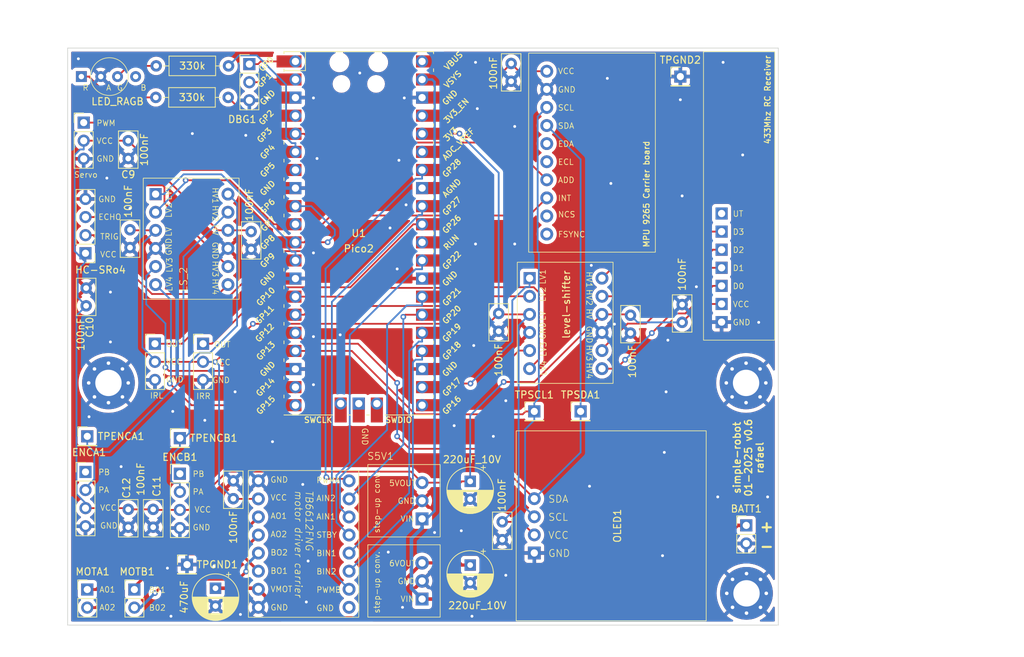
<source format=kicad_pcb>
(kicad_pcb (version 20240108) (generator "pcbnew") (generator_version "8.0")
  (title_block (comment 4 "AISLER Project ID: KQMEQQME"))
  (layers (0 "F.Cu" signal "Front") (31 "B.Cu" signal "Back") (34 "B.Paste" user) (35 "F.Paste" user) (36 "B.SilkS" user "B.Silkscreen") (37 "F.SilkS" user "F.Silkscreen") (38 "B.Mask" user) (39 "F.Mask" user) (44 "Edge.Cuts" user))
  (net 0 "")
  (net 5 "Net-(IMU1-VCC)")
  (net 6 "Net-(DBG1-Pin_1)")
  (net 7 "Net-(LS_1-LV4)")
  (net 8 "Net-(LS_1-LV2)")
  (net 9 "GND")
  (net 10 "+3V8")
  (net 11 "Net-(IMU1-SDA)")
  (net 13 "Net-(IMU1-SCL)")
  (net 14 "Net-(LS_1-LV1)")
  (net 16 "Net-(DBG1-Pin_2)")
  (net 17 "Net-(IRL1-Pin_1)")
  (net 18 "Net-(IRR1-Pin_1)")
  (net 20 "Net-(LS_1-LV3)")
  (net 24 "Net-(LS_2-LV1)")
  (net 28 "Net-(LS_2-LV3)")
  (net 29 "Net-(LS_2-LV4)")
  (net 30 "Net-(LS_2-LV2)")
  (net 32 "Net-(U1-GPIO2)")
  (net 33 "Net-(U1-GPIO4)")
  (net 34 "Net-(HC-SRo4-Pin_2)")
  (net 35 "Net-(HC-SRo4-Pin_3)")
  (net 36 "Net-(D3-RK)")
  (net 37 "Net-(D3-GK)")
  (net 39 "Net-(MD1-VMOT)")
  (net 41 "Net-(MD1-B01)")
  (net 42 "Net-(MD1-B02)")
  (net 43 "Net-(MD1-PWMA)")
  (net 44 "Net-(MD1-BIN1)")
  (net 45 "Net-(MD1-STBY)")
  (net 46 "Net-(MD1-A02)")
  (net 47 "Net-(MD1-PWMB)")
  (net 48 "Net-(MD1-BIN2)")
  (net 49 "Net-(MD1-AIN1)")
  (net 50 "Net-(MD1-AIN2)")
  (net 52 "Net-(MD1-A01)")
  (net 53 "Net-(LS_1-HV2)")
  (net 54 "Net-(LS_1-HV3)")
  (net 55 "Net-(LS_1-HV4)")
  (net 56 "Net-(LS_1-HV1)")
  (net 57 "Net-(ENCA1-Pin_3)")
  (net 58 "Net-(ENCA1-Pin_2)")
  (net 59 "Net-(ENCA1-Pin_1)")
  (net 60 "Net-(ENCB1-Pin_2)")
  (net 61 "Net-(ENCB1-Pin_1)")
  (net 62 "Net-(IMU1-ADD)")
  (net 65 "Net-(IMU1-INT)")
  (net 68 "Net-(SERVO1-Pin_1)")
  (footprint "Capacitor_THT:C_Disc_D5.0mm_W2.5mm_P2.50mm" (layer "F.Cu") (at 63.5 125.25 90)
    (property "Reference" "C12")
    (property "Value" "100nF_Ceramic")
  )
  (footprint "Connector_PinHeader_2.54mm:PinHeader_1x04_P2.54mm_Vertical" (layer "F.Cu") (at 57.5 117.5)
    (property "Reference" "ENCA1")
    (property "Value" "Conn_01x04_Pin")
  )
  (footprint "Capacitor_THT:C_Disc_D5.0mm_W2.5mm_P2.50mm" (layer "F.Cu") (at 115.5 95.25 -90)
    (property "Reference" "C8" (hide yes))
    (property "Value" "100nF")
  )
  (footprint "Connector_PinHeader_2.54mm:PinHeader_1x03_P2.54mm_Vertical" (layer "F.Cu") (at 80.5 60.25)
    (property "Reference" "DBG1")
    (property "Value" "Conn_01x03_Pin")
  )
  (footprint "MountingHole:MountingHole_3.7mm_Pad_Via" (layer "F.Cu") (at 60.725 105)
    (property "Reference" "H1" (hide yes))
    (property "Value" "MountingHole_Pad" (hide yes))
  )
  (footprint "Connector_PinHeader_2.54mm:PinHeader_1x01_P2.54mm_Vertical" (layer "F.Cu") (at 70.75 112.75)
    (property "Reference" "TPENCB1")
    (property "Value" "Conn_01x01_Pin")
  )
  (footprint "common-hobby-things:Pololu step-up converter 2.5-5.5V in 5V out" (layer "F.Cu") (at 99.67 121.54)
    (property "Reference" "S5V1")
    (property "Value" "~")
  )
  (footprint "Connector_PinHeader_2.54mm:PinHeader_1x01_P2.54mm_Vertical" (layer "F.Cu") (at 127 109)
    (property "Reference" "TPSDA1")
    (property "Value" "Conn_01x01_Pin")
  )
  (footprint "common-hobby-things:Pololu step-up converter 2.5-5.5V in 6V out" (layer "F.Cu") (at 99.67 132.8)
    (property "Reference" "S6V1" (hide yes))
    (property "Value" "~")
  )
  (footprint "Capacitor_THT:C_Disc_D5.0mm_W2.5mm_P2.50mm" (layer "F.Cu") (at 141.25 96.5 90)
    (property "Reference" "C5" (hide yes))
    (property "Value" "100nF")
  )
  (footprint "Connector_PinHeader_2.54mm:PinHeader_1x01_P2.54mm_Vertical" (layer "F.Cu") (at 141 62)
    (property "Reference" "TPGND2")
    (property "Value" "Conn_01x01_Pin")
  )
  (footprint "Capacitor_THT:CP_Radial_D6.3mm_P2.50mm" (layer "F.Cu") (at 111.5 130.5676 -90)
    (property "Reference" "C2" (hide yes))
    (property "Value" "220uF_10V")
  )
  (footprint "Capacitor_THT:C_Disc_D5.0mm_W2.5mm_P2.50mm" (layer "F.Cu") (at 57.591 94.18 90)
    (property "Reference" "C10")
    (property "Value" "100nF")
  )
  (footprint "common-hobby-things:433Mhz RC Receiver" (layer "F.Cu") (at 149.33 88.84 90)
    (property "Reference" "R1" (hide yes))
    (property "Value" "~" (hide yes))
  )
  (footprint "Connector_PinHeader_2.54mm:PinHeader_1x03_P2.54mm_Vertical" (layer "F.Cu") (at 57.25 68.46)
    (property "Reference" "SERVO1" (hide yes))
    (property "Value" "Conn_01x03_Pin")
  )
  (footprint "common-hobby-things:TB6612FNG motor driver carrier" (layer "F.Cu") (at 80.5 117.5462)
    (property "Reference" "MD1" (hide yes))
    (property "Value" "~" (hide yes))
  )
  (footprint "Connector_PinHeader_2.54mm:PinHeader_1x04_P2.54mm_Vertical" (layer "F.Cu") (at 70.75 117.75)
    (property "Reference" "ENCB1")
    (property "Value" "Conn_01x04_Pin")
  )
  (footprint "Capacitor_THT:C_Disc_D5.0mm_W2.5mm_P2.50mm" (layer "F.Cu") (at 63.75 83.5 -90)
    (property "Reference" "C14" (hide yes))
    (property "Value" "100nF")
  )
  (footprint "Capacitor_THT:C_Disc_D5.0mm_W2.5mm_P2.50mm" (layer "F.Cu") (at 134 95.5 -90)
    (property "Reference" "C3" (hide yes))
    (property "Value" "100nF")
  )
  (footprint "Capacitor_THT:CP_Radial_D6.3mm_P2.50mm" (layer "F.Cu") (at 111.5 118.8176 -90)
    (property "Reference" "C17" (hide yes))
    (property "Value" "220uF_10V")
  )
  (footprint "Capacitor_THT:C_Disc_D5.0mm_W2.5mm_P2.50mm" (layer "F.Cu") (at 63.5 71 -90)
    (property "Reference" "C9")
    (property "Value" "100nF")
  )
  (footprint "common-hobby-things:MPU 9265 IMU carrier board" (layer "F.Cu") (at 129.87 71.41)
    (property "Reference" "IMU1" (hide yes))
    (property "Value" "~" (hide yes))
  )
  (footprint "Connector_PinHeader_2.54mm:PinHeader_1x01_P2.54mm_Vertical" (layer "F.Cu") (at 57.75 112.5)
    (property "Reference" "TPENCA1")
    (property "Value" "Conn_01x01_Pin")
  )
  (footprint "MountingHole:MountingHole_3.7mm_Pad_Via" (layer "F.Cu") (at 150.225 105)
    (property "Reference" "H3" (hide yes))
    (property "Value" "MountingHole_Pad" (hide yes))
  )
  (footprint "MCU_RaspberryPi_and_Boards:RPi_Pico_SMD_TH" (layer "F.Cu") (at 95.86 84)
    (property "Reference" "U1")
    (property "Value" "Pico2")
  )
  (footprint "Capacitor_THT:CP_Radial_D6.3mm_P2.50mm" (layer "F.Cu") (at 75.75 133.8176 -90)
    (property "Reference" "C1" (hide yes))
    (property "Value" "470uF")
  )
  (footprint "common-hobby-things:LED RAGB" (layer "F.Cu") (at 61.365 64.54)
    (property "Reference" "D3" (hide yes))
    (property "Value" "LED_RAGB")
  )
  (footprint "Capacitor_THT:C_Disc_D5.0mm_W2.5mm_P2.50mm" (layer "F.Cu") (at 78.25 121.25 90)
    (property "Reference" "C15" (hide yes))
    (property "Value" "100nF")
  )
  (footprint "common-hobby-things:SSD1306" (layer "F.Cu") (at 125.58 125.06 90)
    (property "Reference" "OLED1" (hide yes))
    (property "Value" "~" (hide yes))
  )
  (footprint "Connector_PinHeader_2.54mm:PinHeader_1x02_P2.54mm_Vertical" (layer "F.Cu") (at 150.25 125)
    (property "Reference" "BATT1")
    (property "Value" "Conn_01x02_Pin")
  )
  (footprint "Resistor_THT:R_Axial_DIN0207_L6.3mm_D2.5mm_P10.16mm_Horizontal" (layer "F.Cu") (at 77.58 60.5 180)
    (property "Reference" "R3" (hide yes))
    (property "Value" "330k")
  )
  (footprint "Capacitor_THT:C_Disc_D5.0mm_W2.5mm_P2.50mm" (layer "F.Cu") (at 117.25 60.16 -90)
    (property "Reference" "C4" (hide yes))
    (property "Value" "100nF")
  )
  (footprint "Connector_PinHeader_2.54mm:PinHeader_1x02_P2.54mm_Vertical" (layer "F.Cu") (at 64.3625 134)
    (property "Reference" "MOTB1")
    (property "Value" "~")
  )
  (footprint "MountingHole:MountingHole_3.7mm_Pad_Via" (layer "F.Cu") (at 150.2878 134.5378)
    (property "Reference" "H2" (hide yes))
    (property "Value" "MountingHole_Pad" (hide yes))
  )
  (footprint "Capacitor_THT:C_Disc_D5.0mm_W2.5mm_P2.50mm" (layer "F.Cu") (at 67 125.25 90)
    (property "Reference" "C11")
    (property "Value" "100nF")
  )
  (footprint "common-hobby-things:Level shifter 4 bi-dir" (layer "F.Cu") (at 127.46 100.46)
    (property "Reference" "LS_1" (hide yes))
    (property "Value" "~" (hide yes))
  )
  (footprint "Connector_PinHeader_2.54mm:PinHeader_1x04_P2.54mm_Vertical" (layer "F.Cu") (at 57.5 86.8 180)
    (property "Reference" "HC-SRo4")
    (property "Value" "Conn_01x04_Pin")
  )
  (footprint "Capacitor_THT:C_Disc_D5.0mm_W2.5mm_P2.50mm" (layer "F.Cu") (at 116 127 90)
    (property "Reference" "C6" (hide yes))
    (property "Value" "100nF")
  )
  (footprint "Connector_PinHeader_2.54mm:PinHeader_1x01_P2.54mm_Vertical" (layer "F.Cu") (at 120.5 109)
    (property "Reference" "TPSCL1")
    (property "Value" "Conn_01x01_Pin")
  )
  (footprint "Connector_PinHeader_2.54mm:PinHeader_1x03_P2.54mm_Vertical" (layer "F.Cu") (at 67.25 99.5)
    (property "Reference" "IRL1" (hide yes))
    (property "Value" "Conn_01x03_Pin")
  )
  (footprint "Connector_PinHeader_2.54mm:PinHeader_1x02_P2.54mm_Vertical" (layer "F.Cu") (at 57.75 134)
    (property "Reference" "MOTA1")
    (property "Value" "~")
  )
  (footprint "Connector_PinHeader_2.54mm:PinHeader_1x03_P2.54mm_Vertical" (layer "F.Cu") (at 74 99.5)
    (property "Reference" "IRR1" (hide yes))
    (property "Value" "Conn_01x03_Pin")
  )
  (footprint "Connector_PinHeader_2.54mm:PinHeader_1x01_P2.54mm_Vertical" (layer "F.Cu") (at 71.75 130.5)
    (property "Reference" "TPGND1")
    (property "Value" "Conn_01x01_Pin")
  )
  (footprint "common-hobby-things:Level shifter 4 bi-dir" (layer "F.Cu") (at 74.96 88.66)
    (property "Reference" "LS_2")
    (property "Value" "~" (hide yes))
  )
  (footprint "Resistor_THT:R_Axial_DIN0207_L6.3mm_D2.5mm_P10.16mm_Horizontal" (layer "F.Cu") (at 77.53 64.922 180)
    (property "Reference" "R2" (hide yes))
    (property "Value" "330k")
  )
  (footprint "Capacitor_THT:C_Disc_D5.0mm_W2.5mm_P2.50mm" (layer "F.Cu") (at 80.75 83.75 -90)
    (property "Reference" "C13" (hide yes))
    (property "Value" "100nF")
  )
  (gr_line (start 55 139) (end 154.75 139) (stroke (width 0.1)) (layer "Edge.Cuts"))
  (gr_line (start 55 58) (end 154.75 58) (stroke (width 0.1)) (layer "Edge.Cuts"))
  (gr_line (start 55 58) (end 55 139) (stroke (width 0.1)) (layer "Edge.Cuts"))
  (gr_line (start 154.75 139) (end 154.75 58) (stroke (width 0.1)) (layer "Edge.Cuts"))
  (gr_text "Servo" (at 55.85 76.25 0) (layer "F.SilkS") (effects (font (size 0.8 0.8) (thickness 0.1)) (justify left bottom)))
  (gr_text "PWM" (at 59 69 0) (layer "F.SilkS") (effects (font (size 0.8 0.8) (thickness 0.1)) (justify left bottom)))
  (gr_text "OUT" (at 75.5 100.08 0) (layer "F.SilkS") (effects (font (size 0.8 0.8) (thickness 0.1)) (justify left bottom)))
  (gr_text "VCC" (at 72.75 123.25 0) (layer "F.SilkS") (effects (font (size 0.8 0.8) (thickness 0.1)) (justify left bottom)))
  (gr_text "MPU 9265 Carrier board" (at 136.25 78.5 90) (layer "F.SilkS") (effects (font (size 0.8 0.8))))
  (gr_text "B01" (at 66.3625 134.525 0) (layer "F.SilkS") (effects (font (size 0.8 0.8) (thickness 0.1)) (justify left bottom)))
  (gr_text "A01" (at 59.4025 134.485 0) (layer "F.SilkS") (effects (font (size 0.8 0.8) (thickness 0.1)) (justify left bottom)))
  (gr_text "GND" (at 75.25 105.08 0) (layer "F.SilkS") (effects (font (size 0.8 0.8) (thickness 0.1)) (justify left bottom)))
  (gr_text "-" (at 154.25 128.79 0) (layer "F.SilkS") (effects (font (size 1.5 1.5) (thickness 0.3) (bold yes)) (justify left bottom mirror)))
  (gr_text "+" (at 154.25 126.04 0) (layer "F.SilkS") (effects (font (size 1.5 1.5) (thickness 0.3) (bold yes)) (justify left bottom mirror)))
  (gr_text "GND" (at 59.5 125.5 0) (layer "F.SilkS") (effects (font (size 0.8 0.8) (thickness 0.1)) (justify left bottom)))
  (gr_text "VCC" (at 59.5 87.43 0) (layer "F.SilkS") (effects (font (size 0.8 0.8) (thickness 0.1)) (justify left bottom)))
  (gr_text "VCC" (at 75.5 102.58 0) (layer "F.SilkS") (effects (font (size 0.8 0.8) (thickness 0.1)) (justify left bottom)))
  (gr_text "GND" (at 68.75 105 0) (layer "F.SilkS") (effects (font (size 0.8 0.8) (thickness 0.1)) (justify left bottom)))
  (gr_text "PB" (at 72.5 118.25 0) (layer "F.SilkS") (effects (font (size 0.8 0.8) (thickness 0.1)) (justify left bottom)))
  (gr_text "B02" (at 66.3625 137.025 0) (layer "F.SilkS") (effects (font (size 0.8 0.8) (thickness 0.1)) (justify left bottom)))
  (gr_text "PA" (at 59.25 120.5 0) (layer "F.SilkS") (effects (font (size 0.8 0.8) (thickness 0.1)) (justify left bottom)))
  (gr_text "A02" (at 59.4025 136.985 0) (layer "F.SilkS") (effects (font (size 0.8 0.8) (thickness 0.1)) (justify left bottom)))
  (gr_text "GND" (at 59 74 0) (layer "F.SilkS") (effects (font (size 0.8 0.8) (thickness 0.1)) (justify left bottom)))
  (gr_text "level-shifter" (at 125 94 90) (layer "F.SilkS") (effects (font (size 1 1))))
  (gr_text "simple-robot\n01-2025 v0.6\nrafael" (at 152.75 115.5 90) (layer "F.SilkS") (effects (font (size 1 1) (thickness 0.1875)) (justify bottom)))
  (gr_text "PB" (at 59.25 118 0) (layer "F.SilkS") (effects (font (size 0.8 0.8) (thickness 0.1)) (justify left bottom)))
  (gr_text "VCC" (at 59.5 123 0) (layer "F.SilkS") (effects (font (size 0.8 0.8) (thickness 0.1)) (justify left bottom)))
  (gr_text "VCC" (at 68.75 102.5 0) (layer "F.SilkS") (effects (font (size 0.8 0.8) (thickness 0.1)) (justify left bottom)))
  (gr_text "433Mhz RC Receiver" (at 153.25 65.25 90) (layer "F.SilkS") (effects (font (size 0.8 0.8))))
  (gr_text "GND" (at 96.25 111.25 -90) (layer "F.SilkS") (effects (font (size 0.8 0.8) (thickness 0.1)) (justify left bottom)))
  (gr_text "GND" (at 59.25 79.68 0) (layer "F.SilkS") (effects (font (size 0.8 0.8) (thickness 0.1)) (justify left bottom)))
  (gr_text "IRR" (at 73 107.33 0) (layer "F.SilkS") (effects (font (size 0.8 0.8) (thickness 0.1)) (justify left bottom)))
  (gr_text "OUT" (at 68.75 100 0) (layer "F.SilkS") (effects (font (size 0.8 0.8) (thickness 0.1)) (justify left bottom)))
  (gr_text "PA" (at 72.5 120.75 0) (layer "F.SilkS") (effects (font (size 0.8 0.8) (thickness 0.1)) (justify left bottom)))
  (gr_text "IRL" (at 66.5 107.25 0) (layer "F.SilkS") (effects (font (size 0.8 0.8) (thickness 0.1)) (justify left bottom)))
  (gr_text "ECHO" (at 59.25 82.18 0) (layer "F.SilkS") (effects (font (size 0.8 0.8) (thickness 0.1)) (justify left bottom)))
  (gr_text "GND" (at 72.5 125.75 0) (layer "F.SilkS") (effects (font (size 0.8 0.8) (thickness 0.1)) (justify left bottom)))
  (gr_text "TRIG" (at 59.5 84.93 0) (layer "F.SilkS") (effects (font (size 0.8 0.8) (thickness 0.1)) (justify left bottom)))
  (gr_text "VCC" (at 59 71.5 0) (layer "F.SilkS") (effects (font (size 0.8 0.8) (thickness 0.1)) (justify left bottom)))
  (segment (start 104.75 70.03) (end 107.28 70.03) (width 0.25) (layer "F.Cu") (net 5))
  (segment (start 118.67 124.5) (end 120.5 126.33) (width 0.25) (layer "F.Cu") (net 5))
  (segment (start 67.25 102.04) (end 74 102.04) (width 0.25) (layer "F.Cu") (net 5))
  (segment (start 81 96.7001) (end 81 96.75835) (width 0.25) (layer "F.Cu") (net 5))
  (segment (start 116 124.5) (end 118.67 124.5) (width 0.25) (layer "F.Cu") (net 5))
  (segment (start 78.2771 121.2771) (end 78.25 121.25) (width 0.25) (layer "F.Cu") (net 5))
  (segment (start 107.31 70) (end 110 70) (width 0.25) (layer "F.Cu") (net 5))
  (segment (start 107.38 70.03) (end 117.25 60.16) (width 0.25) (layer "F.Cu") (net 5))
  (segment (start 107.28 70.03) (end 107.31 70) (width 0.25) (layer "F.Cu") (net 5))
  (segment (start 114.0499 96.7001) (end 115.5 95.25) (width 0.25) (layer "F.Cu") (net 5))
  (segment (start 74 102.04) (end 75.71835 102.04) (width 0.25) (layer "F.Cu") (net 5))
  (segment (start 67.34 83.58) (end 63.83 83.58) (width 0.25) (layer "F.Cu") (net 5))
  (segment (start 115.63 95.38) (end 115.5 95.25) (width 0.25) (layer "F.Cu") (net 5))
  (segment (start 81 96.75835) (end 75.71835 102.04) (width 0.25) (layer "F.Cu") (net 5))
  (segment (start 81.77 121.2771) (end 78.2771 121.2771) (width 0.25) (layer "F.Cu") (net 5))
  (segment (start 81 96.7001) (end 114.0499 96.7001) (width 0.25) (layer "F.Cu") (net 5))
  (segment (start 104.75 70.03) (end 107.38 70.03) (width 0.25) (layer "F.Cu") (net 5))
  (segment (start 118.34 61.25) (end 117.25 60.16) (width 0.25) (layer "F.Cu") (net 5))
  (segment (start 122.25 61.25) (end 118.34 61.25) (width 0.25) (layer "F.Cu") (net 5))
  (segment (start 119.84 95.38) (end 115.63 95.38) (width 0.25) (layer "F.Cu") (net 5))
  (segment (start 63.83 83.58) (end 63.75 83.5) (width 0.25) (layer "F.Cu") (net 5))
  (via (at 110 70) (size 0.8) (drill 0.4) (layers "F.Cu" "B.Cu") (net 5))
  (via (at 75.71835 102.04) (size 0.8) (drill 0.4) (layers "F.Cu" "B.Cu") (net 5))
  (via (at 81 96.7001) (size 0.8) (drill 0.4) (layers "F.Cu" "B.Cu") (net 5))
  (segment (start 76.2511 119.2511) (end 78.25 121.25) (width 0.25) (layer "B.Cu") (net 5))
  (segment (start 76.2511 102.5011) (end 76.2511 119.2511) (width 0.25) (layer "B.Cu") (net 5))
  (segment (start 65.4966 85.4234) (end 65.4966 100.0172) (width 0.25) (layer "B.Cu") (net 5))
  (segment (start 110 70) (end 115.5 75.5) (width 0.25) (layer "B.Cu") (net 5))
  (segment (start 118.2971 96.9229) (end 119.84 95.38) (width 0.25) (layer "B.Cu") (net 5))
  (segment (start 118.2971 122.2029) (end 118.2971 96.9229) (width 0.25) (layer "B.Cu") (net 5))
  (segment (start 67.34 83.58) (end 65.4966 85.4234) (width 0.25) (layer "B.Cu") (net 5))
  (segment (start 75.79 102.04) (end 76.2511 102.5011) (width 0.25) (layer "B.Cu") (net 5))
  (segment (start 65.4966 100.0172) (end 67.25 101.7706) (width 0.25) (layer "B.Cu") (net 5))
  (segment (start 67.25 101.7706) (end 67.25 102.04) (width 0.25) (layer "B.Cu") (net 5))
  (segment (start 116 124.5) (end 118.2971 122.2029) (width 0.25) (layer "B.Cu") (net 5))
  (segment (start 75.79 102.04) (end 75.71835 102.04) (width 0.25) (layer "B.Cu") (net 5))
  (segment (start 74 102.04) (end 75.79 102.04) (width 0.25) (layer "B.Cu") (net 5))
  (segment (start 115.5 75.5) (end 115.5 95.25) (width 0.25) (layer "B.Cu") (net 5))
  (segment (start 80.5 60.25) (end 81.7267 60.25) (width 0.25) (layer "F.Cu") (net 6))
  (segment (start 86.97 59.87) (end 82.1067 59.87) (width 0.25) (layer "F.Cu") (net 6))
  (segment (start 82.1067 59.87) (end 81.7267 60.25) (width 0.25) (layer "F.Cu") (net 6))
  (segment (start 99.2349 91.6633) (end 113.6272 91.6633) (width 0.25) (layer "F.Cu") (net 7))
  (segment (start 120.4148 91.5633) (end 121.1702 92.3187) (width 0.25) (layer "F.Cu") (net 7))
  (segment (start 98.0082 92.89) (end 99.2349 91.6633) (width 0.25) (layer "F.Cu") (net 7))
  (segment (start 121.1702 92.3187) (end 121.1702 101.6698) (width 0.25) (layer "F.Cu") (net 7))
  (segment (start 113.7272 91.5633) (end 120.4148 91.5633) (width 0.25) (layer "F.Cu") (net 7))
  (segment (start 121.1702 101.6698) (end 119.84 103) (width 0.25) (layer "F.Cu") (net 7))
  (segment (start 113.6272 91.6633) (end 113.7272 91.5633) (width 0.25) (layer "F.Cu") (net 7))
  (segment (start 86.97 92.89) (end 98.0082 92.89) (width 0.25) (layer "F.Cu") (net 7))
  (segment (start 109.5492 94.2033) (end 89.4234 94.2033) (width 0.25) (layer "F.Cu") (net 8))
  (segment (start 119.84 92.84) (end 110.9125 92.84) (width 0.25) (layer "F.Cu") (net 8))
  (segment (start 89.4234 94.2033) (end 88.1967 95.43) (width 0.25) (layer "F.Cu") (net 8))
  (segment (start 86.97 95.43) (end 88.1967 95.43) (width 0.25) (layer "F.Cu") (net 8))
  (segment (start 110.9125 92.84) (end 109.5492 94.2033) (width 0.25) (layer "F.Cu") (net 8))
  (via (at 74.25 110.25) (size 0.8) (drill 0.4) (layers "F.Cu" "B.Cu") (net 9))
  (via (at 88.5 135.75) (size 0.8) (drill 0.4) (layers "F.Cu" "B.Cu") (net 9))
  (via (at 58 109.75) (size 0.8) (drill 0.4) (layers "F.Cu" "B.Cu") (net 9))
  (via (at 96 61.5) (size 0.8) (drill 0.4) (layers "F.Cu" "B.Cu") (net 9))
  (via (at 79.25 137.5) (size 0.8) (drill 0.4) (layers "F.Cu" "B.Cu") (net 9))
  (via (at 100.25 83.25) (size 0.8) (drill 0.4) (layers "F.Cu" "B.Cu") (net 9))
  (via (at 69.5 137.75) (size 0.8) (drill 0.4) (layers "F.Cu" "B.Cu") (net 9))
  (via (at 102 136.5) (size 0.8) (drill 0.4) (layers "F.Cu" "B.Cu") (net 9))
  (via (at 128.5 88.5) (size 0.8) (drill 0.4) (layers "F.Cu" "B.Cu") (net 9))
  (via (at 138.5 129.25) (size 0.8) (drill 0.4) (layers "F.Cu" "B.Cu") (net 9))
  (via (at 80 70.25) (size 0.8) (drill 0.4) (layers "F.Cu" "B.Cu") (net 9))
  (via (at 62.5 116.75) (size 0.8) (drill 0.4) (layers "F.Cu" "B.Cu") (net 9))
  (via (at 141 65.25) (size 0.8) (drill 0.4) (layers "F.Cu" "B.Cu") (net 9))
  (via (at 83 65) (size 0.8) (drill 0.4) (layers "F.Cu" "B.Cu") (net 9))
  (via (at 138.75 114.75) (size 0.8) (drill 0.4) (layers "F.Cu" "B.Cu") (net 9))
  (via (at 61 92.25) (size 0.8) (drill 0.4) (layers "F.Cu" "B.Cu") (net 9))
  (via (at 141.25 78.75) (size 0.8) (drill 0.4) (layers "F.Cu" "B.Cu") (net 9))
  (via (at 130.75 62.25) (size 0.8) (drill 0.4) (layers "F.Cu" "B.Cu") (net 9))
  (via (at 116.5 132) (size 0.8) (drill 0.4) (layers "F.Cu" "B.Cu") (net 9))
  (via (at 102.25 65) (size 0.8) (drill 0.4) (layers "F.Cu" "B.Cu") (net 9))
  (via (at 114.75 112.5) (size 0.8) (drill 0.4) (layers "F.Cu" "B.Cu") (net 9))
  (via (at 89.5 98.5) (size 0.8) (drill 0.4) (layers "F.Cu" "B.Cu") (net 9))
  (via (at 93.25 98.25) (size 0.8) (drill 0.4) (layers "F.Cu" "B.Cu") (net 9))
  (via (at 112.25 85.5) (size 0.8) (drill 0.4) (layers "F.Cu" "B.Cu") (net 9))
  (via (at 106.5 126) (size 0.8) (drill 0.4) (layers "F.Cu" "B.Cu") (net 9))
  (via (at 83.75 113.25) (size 0.8) (drill 0.4) (layers "F.Cu" "B.Cu") (net 9))
  (via (at 131.25 77) (size 0.8) (drill 0.4) (layers "F.Cu" "B.Cu") (net 9))
  (via (at 89.5 65) (size 0.8) (drill 0.4) (layers "F.Cu" "B.Cu") (net 9))
  (via (at 89.5 86.75) (size 0.8) (drill 0.4) (layers "F.Cu" "B.Cu") (net 9))
  (via (at 112 99.75) (size 0.8) (drill 0.4) (layers "F.Cu" "B.Cu") (net 9))
  (via (at 153.25 121) (size 0.8) (drill 0.4) (layers "F.Cu" "B.Cu") (net 9))
  (via (at 56.5 59.5) (size 0.8) (drill 0.4) (layers "F.Cu" "B.Cu") (net 9))
  (via (at 139 106.25) (size 0.8) (drill 0.4) (layers "F.Cu" "B.Cu") (net 9))
  (via (at 128.25 119.5) (size 0.8) (drill 0.4) (layers "F.Cu" "B.Cu") (net 9))
  (via (at 131.75 96.75) (size 0.8) (drill 0.4) (layers "F.Cu" "B.Cu") (net 9))
  (via (at 89.5 105.25) (size 0.8) (drill 0.4) (layers "F.Cu" "B.Cu") (net 9))
  (via (at 75.5 130.75) (size 0.8) (drill 0.4) (layers "F.Cu" "B.Cu") (net 9))
  (via (at 101.5 73.75) (size 0.8) (drill 0.4) (layers "F.Cu" "B.Cu") (net 9))
  (via (at 116.5 107.5) (size 0.8) (drill 0.4) (layers "F.Cu" "B.Cu") (net 9))
  (via (at 78.5 106.25) (size 0.8) (drill 0.4) (layers "F.Cu" "B.Cu") (net 9))
  (via (at 117.75 69) (size 0.8) (drill 0.4) (layers "F.Cu" "B.Cu") (net 9))
  (via (at 109.25 111) (size 0.8) (drill 0.4) (layers "F.Cu" "B.Cu") (net 9))
  (via (at 111.75 137.75) (size 0.8) (drill 0.4) (layers "F.Cu" "B.Cu") (net 9))
  (via (at 61 99.25) (size 0.8) (drill 0.4) (layers "F.Cu" "B.Cu") (net 9))
  (via (at 90 73.5) (size 0.8) (drill 0.4) (layers "F.Cu" "B.Cu") (net 9))
  (via (at 100 128.75) (size 0.8) (drill 0.4) (layers "F.Cu" "B.Cu") (net 9))
  (via (at 110.25 125.75) (size 0.8) (drill 0.4) (layers "F.Cu" "B.Cu") (net 9))
  (via (at 88.75 130) (size 0.8) (drill 0.4) (layers "F.Cu" "B.Cu") (net 9))
  (via (at 149.75 73) (size 0.8) (drill 0.4) (layers "F.Cu" "B.Cu") (net 9))
  (via (at 102.5 80) (size 0.8) (drill 0.4) (layers "F.Cu" "B.Cu") (net 9))
  (via (at 69 131) (size 0.8) (drill 0.4) (layers "F.Cu" "B.Cu") (net 9))
  (via (at 147 60) (size 0.8) (drill 0.4) (layers "F.Cu" "B.Cu") (net 9))
  (via (at 69.75 109) (size 0.8) (drill 0.4) (layers "F.Cu" "B.Cu") (net 9))
  (via (at 143.25 91.5) (size 0.8) (drill 0.4) (layers "F.Cu" "B.Cu") (net 9))
  (via (at 152 96.5) (size 0.8) (drill 0.4) (layers "F.Cu" "B.Cu") (net 9))
  (via (at 60.5 76.25) (size 0.8) (drill 0.4) (layers "F.Cu" "B.Cu") (net 9))
  (via (at 72.5 70) (size 0.8) (drill 0.4) (layers "F.Cu" "B.Cu") (net 9))
  (via (at 101.25 89) (size 0.8) (drill 0.4) (layers "F.Cu" "B.Cu") (net 9))
  (via (at 112.5 66.5) (size 0.8) (drill 0.4) (layers "F.Cu" "B.Cu") (net 9))
  (via (at 112.25 60) (size 0.8) (drill 0.4) (layers "F.Cu" "B.Cu") (net 9))
  (via (at 139.25 99) (size 0.8) (drill 0.4) (layers "F.Cu" "B.Cu") (net 9))
  (via (at 63.75 80.5) (size 0.8) (drill 0.4) (layers "F.Cu" "B.Cu") (net 9))
  (via (at 88 119.25) (size 0.8) (drill 0.4) (layers "F.Cu" "B.Cu") (net 9))
  (via (at 117.75 85.5) (size 0.8) (drill 0.4) (layers "F.Cu" "B.Cu") (net 9))
  (via (at 146.25 121) (size 0.8) (drill 0.4) (layers "F.Cu" "B.Cu") (net 9))
  (segment (start 150.25 125) (end 149.0233 125) (width 0.5) (layer "F.Cu") (net 10))
  (segment (start 138.6833 135.34) (end 104.75 135.34) (width 0.5) (layer "F.Cu") (net 10))
  (segment (start 149.0233 125) (end 138.6833 135.34) (width 0.5) (layer "F.Cu") (net 10))
  (segment (start 106.16 62.41) (end 104.75 62.41) (width 0.35) (layer "B.Cu") (net 10))
  (segment (start 104.75 125.3567) (end 104.75 124.7183) (width 0.5) (layer "B.Cu") (net 10))
  (segment (start 106.5 62.75) (end 106.16 62.41) (width 0.35) (layer "B.Cu") (net 10))
  (segment (start 104.75 124.7183) (end 106.5 122.9683) (width 0.35) (layer "B.Cu") (net 10))
  (segment (start 106.5 122.9683) (end 106.5 62.75) (width 0.35) (layer "B.Cu") (net 10))
  (segment (start 103.25 126.8567) (end 104.75 125.3567) (width 0.5) (layer "B.Cu") (net 10))
  (segment (start 103.25 133.84) (end 103.25 126.8567) (width 0.5) (layer "B.Cu") (net 10))
  (segment (start 104.75 135.34) (end 103.25 133.84) (width 0.5) (layer "B.Cu") (net 10))
  (segment (start 104.75 124.08) (end 104.75 124.7183) (width 0.25) (layer "B.Cu") (net 10))
  (segment (start 103 114.25) (end 113.5 114.25) (width 0.25) (layer "F.Cu") (net 11))
  (segment (start 113.5 114.25) (end 120.5 121.25) (width 0.25) (layer "F.Cu") (net 11))
  (segment (start 88.5 99.5) (end 95.75 99.5) (width 0.25) (layer "F.Cu") (net 11))
  (segment (start 86.97 97.97) (end 88.5 99.5) (width 0.25) (layer "F.Cu") (net 11))
  (segment (start 95.75 99.5) (end 101.25 105) (width 0.25) (layer "F.Cu") (net 11))
  (segment (start 101.25 112.5) (end 103 114.25) (width 0.25) (layer "F.Cu") (net 11))
  (via (at 101.25 105) (size 0.8) (drill 0.4) (layers "F.Cu" "B.Cu") (net 11))
  (via (at 101.25 112.5) (size 0.8) (drill 0.4) (layers "F.Cu" "B.Cu") (net 11))
  (segment (start 101.25 105) (end 101.25 112.5) (width 0.25) (layer "B.Cu") (net 11))
  (segment (start 127 73.62) (end 127 109) (width 0.25) (layer "B.Cu") (net 11))
  (segment (start 120.5 121.25) (end 127 114.75) (width 0.25) (layer "B.Cu") (net 11))
  (segment (start 122.25 68.87) (end 127 73.62) (width 0.25) (layer "B.Cu") (net 11))
  (segment (start 127 114.75) (end 127 109) (width 0.25) (layer "B.Cu") (net 11))
  (segment (start 118.871 109.4023) (end 103.773 109.4023) (width 0.25) (layer "F.Cu") (net 13))
  (segment (start 120.5 109) (end 119.2733 109) (width 0.25) (layer "F.Cu") (net 13))
  (segment (start 94.8807 100.51) (end 86.97 100.51) (width 0.25) (layer "F.Cu") (net 13))
  (segment (start 103.773 109.4023) (end 94.8807 100.51) (width 0.25) (layer "F.Cu") (net 13))
  (segment (start 119.2733 109) (end 118.871 109.4023) (width 0.25) (layer "F.Cu") (net 13))
  (segment (start 120.972 67.608) (end 120.972 86.5815) (width 0.25) (layer "B.Cu") (net 13))
  (segment (start 121.1354 107.1379) (end 120.5 107.7733) (width 0.25) (layer "B.Cu") (net 13))
  (segment (start 121.1354 86.7449) (end 121.1354 107.1379) (width 0.25) (layer "B.Cu") (net 13))
  (segment (start 119.2069 111.5198) (end 120.5 110.2267) (width 0.25) (layer "B.Cu") (net 13))
  (segment (start 120.5 109) (end 120.5 110.2267) (width 0.25) (layer "B.Cu") (net 13))
  (segment (start 122.25 66.33) (end 120.972 67.608) (width 0.25) (layer "B.Cu") (net 13))
  (segment (start 120.5 109) (end 120.5 107.7733) (width 0.25) (layer "B.Cu") (net 13))
  (segment (start 120.972 86.5815) (end 121.1354 86.7449) (width 0.25) (layer "B.Cu") (net 13))
  (segment (start 119.2069 122.4969) (end 119.2069 111.5198) (width 0.25) (layer "B.Cu") (net 13))
  (segment (start 120.5 123.79) (end 119.2069 122.4969) (width 0.25) (layer "B.Cu") (net 13))
  (segment (start 111.5406 105.0837) (end 108.283 105.0837) (width 0.25) (layer "F.Cu") (net 14))
  (segment (start 108.283 105.0837) (end 107.7767 105.59) (width 0.25) (layer "F.Cu") (net 14))
  (segment (start 104.75 105.59) (end 107.7767 105.59) (width 0.25) (layer "F.Cu") (net 14))
  (via (at 111.5406 105.0837) (size 0.8) (drill 0.4) (layers "F.Cu" "B.Cu") (net 14))
  (segment (start 117.413 99.2113) (end 111.5406 105.0837) (width 0.25) (layer "B.Cu") (net 14))
  (segment (start 119.3033 91.5267) (end 117.413 93.417) (width 0.25) (layer "B.Cu") (net 14))
  (segment (start 119.84 90.3) (end 119.84 91.5267) (width 0.25) (layer "B.Cu") (net 14))
  (segment (start 117.413 93.417) (end 117.413 99.2113) (width 0.25) (layer "B.Cu") (net 14))
  (segment (start 119.84 91.5267) (end 119.3033 91.5267) (width 0.25) (layer "B.Cu") (net 14))
  (segment (start 86.97 62.41) (end 82.1067 62.41) (width 0.25) (layer "F.Cu") (net 16))
  (segment (start 82.1067 62.41) (end 81.7267 62.79) (width 0.25) (layer "F.Cu") (net 16))
  (segment (start 80.5 62.79) (end 81.7267 62.79) (width 0.25) (layer "F.Cu") (net 16))
  (segment (start 67.25 99.5) (end 71.03 99.5) (width 0.25) (layer "F.Cu") (net 17))
  (segment (start 88.5 86.5) (end 89.75 85.25) (width 0.25) (layer "F.Cu") (net 17))
  (segment (start 84.03 86.5) (end 88.5 86.5) (width 0.25) (layer "F.Cu") (net 17))
  (segment (start 89.75 85.25) (end 91.5 85.25) (width 0.25) (layer "F.Cu") (net 17))
  (segment (start 71.03 99.5) (end 84.03 86.5) (width 0.25) (layer "F.Cu") (net 17))
  (via (at 91.5 85.25) (size 0.8) (drill 0.4) (layers "F.Cu" "B.Cu") (net 17))
  (segment (start 89.19 80.19) (end 86.97 80.19) (width 0.25) (layer "B.Cu") (net 17))
  (segment (start 91.5 85.25) (end 92.5 84.25) (width 0.25) (layer "B.Cu") (net 17))
  (segment (start 92.5 83.5) (end 89.19 80.19) (width 0.25) (layer "B.Cu") (net 17))
  (segment (start 92.5 84.25) (end 92.5 83.5) (width 0.25) (layer "B.Cu") (net 17))
  (segment (start 74 99.5) (end 75.2267 99.5) (width 0.25) (layer "F.Cu") (net 18))
  (segment (start 104.75 82.73) (end 103.5233 82.73) (width 0.25) (layer "F.Cu") (net 18))
  (segment (start 75.2267 99.5) (end 83.15 91.5767) (width 0.25) (layer "F.Cu") (net 18))
  (segment (start 94.6766 91.5767) (end 103.5233 82.73) (width 0.25) (layer "F.Cu") (net 18))
  (segment (start 83.15 91.5767) (end 94.6766 91.5767) (width 0.25) (layer "F.Cu") (net 18))
  (segment (start 110.6737 108.13) (end 104.75 108.13) (width 0.25) (layer "F.Cu") (net 20))
  (segment (start 118.3437 100.46) (end 110.6737 108.13) (width 0.25) (layer "F.Cu") (net 20))
  (segment (start 119.84 100.46) (end 118.3437 100.46) (width 0.25) (layer "F.Cu") (net 20))
  (segment (start 85.7433 84.9039) (end 85.7433 85.8649) (width 0.25) (layer "B.Cu") (net 24))
  (segment (start 86.4617 86.5833) (end 86.97 86.5833) (width 0.25) (layer "B.Cu") (net 24))
  (segment (start 86.97 87.81) (end 86.97 86.5833) (width 0.25) (layer "B.Cu") (net 24))
  (segment (start 85.7433 85.8649) (end 86.4617 86.5833) (width 0.25) (layer "B.Cu") (net 24))
  (segment (start 68.5667 78.5) (end 68.5667 78.4233) (width 0.25) (layer "B.Cu") (net 24))
  (segment (start 76.5613 75.7219) (end 85.7433 84.9039) (width 0.25) (layer "B.Cu") (net 24))
  (segment (start 68.5667 78.4233) (end 71.2681 75.7219) (width 0.25) (layer "B.Cu") (net 24))
  (segment (start 67.34 78.5) (end 68.5667 78.5) (width 0.25) (layer "B.Cu") (net 24))
  (segment (start 71.2681 75.7219) (end 76.5613 75.7219) (width 0.25) (layer "B.Cu") (net 24))
  (segment (start 80.8809 105.59) (end 86.97 105.59) (width 0.25) (layer "F.Cu") (net 28))
  (segment (start 68.72 102.815) (end 69.215 103.31) (width 0.25) (layer "F.Cu") (net 28))
  (segment (start 78.6009 103.31) (end 80.8809 105.59) (width 0.25) (layer "F.Cu") (net 28))
  (segment (start 69.215 103.31) (end 78.6009 103.31) (width 0.25) (layer "F.Cu") (net 28))
  (via (at 68.72 102.815) (size 0.8) (drill 0.4) (layers "F.Cu" "B.Cu") (net 28))
  (segment (start 66.0248 89.9752) (end 67.34 88.66) (width 0.25) (layer "B.Cu") (net 28))
  (segment (start 68.72 102.815) (end 68.72 96.6576) (width 0.25) (layer "B.Cu") (net 28))
  (segment (start 66.0248 93.9624) (end 66.0248 89.9752) (width 0.25) (layer "B.Cu") (net 28))
  (segment (start 68.72 96.6576) (end 66.0248 93.9624) (width 0.25) (layer "B.Cu") (net 28))
  (segment (start 72.3825 108.13) (end 69.3362 105.0837) (width 0.25) (layer "F.Cu") (net 29))
  (segment (start 86.97 108.13) (end 72.3825 108.13) (width 0.25) (layer "F.Cu") (net 29))
  (via (at 69.3362 105.0837) (size 0.8) (drill 0.4) (layers "F.Cu" "B.Cu") (net 29))
  (segment (start 69.4967 104.9232) (end 69.3362 105.0837) (width 0.25) (layer "B.Cu") (net 29))
  (segment (start 67.34 91.2) (end 69.4967 93.3567) (width 0.25) (layer "B.Cu") (net 29))
  (segment (start 69.4967 93.3567) (end 69.4967 104.9232) (width 0.25) (layer "B.Cu") (net 29))
  (segment (start 77.7672 76.5539) (end 83.9433 82.73) (width 0.25) (layer "F.Cu") (net 30))
  (segment (start 86.97 82.73) (end 83.9433 82.73) (width 0.25) (layer "F.Cu") (net 30))
  (segment (start 71.559 76.5539) (end 77.7672 76.5539) (width 0.25) (layer "F.Cu") (net 30))
  (via (at 71.559 76.5539) (size 0.8) (drill 0.4) (layers "F.Cu" "B.Cu") (net 30))
  (segment (start 71.559 76.821) (end 71.559 76.5539) (width 0.25) (layer "B.Cu") (net 30))
  (segment (start 67.34 81.04) (end 71.559 76.821) (width 0.25) (layer "B.Cu") (net 30))
  (segment (start 77.53 64.922) (end 80.098 67.49) (width 0.25) (layer "F.Cu") (net 32))
  (segment (start 80.098 67.49) (end 86.97 67.49) (width 0.25) (layer "F.Cu") (net 32))
  (segment (start 86.97 72.57) (end 86.97 71.3433) (width 0.25) (layer "B.Cu") (net 33))
  (segment (start 85.6552 63.1214) (end 85.6552 70.5368) (width 0.25) (layer "B.Cu") (net 33))
  (segment (start 79.0567 59.0233) (end 81.5571 59.0233) (width 0.25) (layer "B.Cu") (net 33))
  (segment (start 86.4617 71.3433) (end 86.97 71.3433) (width 0.25) (layer "B.Cu") (net 33))
  (segment (start 85.6552 70.5368) (end 86.4617 71.3433) (width 0.25) (layer "B.Cu") (net 33))
  (segment (start 81.5571 59.0233) (end 85.6552 63.1214) (width 0.25) (layer "B.Cu") (net 33))
  (segment (start 77.58 60.5) (end 79.0567 59.0233) (width 0.25) (layer "B.Cu") (net 33))
  (segment (start 58.7267 84.4133) (end 66.8297 92.5163) (width 0.25) (layer "F.Cu") (net 34))
  (segment (start 58.7267 84.26) (end 58.7267 84.4133) (width 0.25) (layer "F.Cu") (net 34))
  (segment (start 66.8297 92.5163) (end 76.1837 92.5163) (width 0.25) (layer "F.Cu") (net 34))
  (segment (start 57.5 84.26) (end 58.7267 84.26) (width 0.25) (layer "F.Cu") (net 34))
  (segment (start 76.1837 92.5163) (end 77.5 91.2) (width 0.25) (layer "F.Cu") (net 34))
  (segment (start 63.1734 77.2733) (end 58.7267 81.72) (width 0.25) (layer "F.Cu") (net 35))
  (segment (start 77.5 88.66) (end 68.585 79.745) (width 0.25) (layer "F.Cu") (net 35))
  (segment (start 68.346 77.2733) (end 63.1734 77.2733) (width 0.25) (layer "F.Cu") (net 35))
  (segment (start 68.585 77.5123) (end 68.346 77.2733) (width 0.25) (layer "F.Cu") (net 35))
  (segment (start 68.585 79.745) (end 68.585 77.5123) (width 0.25) (layer "F.Cu") (net 35))
  (segment (start 57.5 81.72) (end 58.7267 81.72) (width 0.25) (layer "F.Cu") (net 35))
  (segment (start 67.37 64.922) (end 60.9095 64.922) (width 0.25) (layer "F.Cu") (net 36))
  (segment (start 56.92 62) (end 58.0587 62) (width 0.25) (layer "F.Cu") (net 36))
  (segment (start 58.0587 62.0712) (end 58.0587 62) (width 0.25) (layer "F.Cu") (net 36))
  (segment (start 60.9095 64.922) (end 58.0587 62.0712) (width 0.25) (layer "F.Cu") (net 36))
  (segment (start 67.42 60.5) (end 63.5 60.5) (width 0.25) (layer "F.Cu") (net 37))
  (segment (start 63.5 60.5) (end 62 62) (width 0.25) (layer "F.Cu") (net 37))
  (segment (start 81.6247 133.8176) (end 75.75 133.8176) (width 0.5) (layer "F.Cu") (net 39))
  (segment (start 110.0157 130.26) (end 104.75 130.26) (width 0.45) (layer "F.Cu") (net 39))
  (segment (start 97.01 138) (end 85.8071 138) (width 0.5) (layer "F.Cu") (net 39))
  (segment (start 110.3233 130.5676) (end 110.0157 130.26) (width 0.45) (layer "F.Cu") (net 39))
  (segment (start 111.5 130.5676) (end 110.3233 130.5676) (width 0.45) (layer "F.Cu") (net 39))
  (segment (start 85.8071 138) (end 81.6247 133.8176) (width 0.5) (layer "F.Cu") (net 39))
  (segment (start 104.75 130.26) (end 97.01 138) (width 0.5) (layer "F.Cu") (net 39))
  (segment (start 79.3443 129) (end 69.0361 129) (width 0.4) (layer "F.Cu") (net 41))
  (segment (start 81.77 131.4257) (end 79.3443 129) (width 0.4) (layer "F.Cu") (net 41))
  (segment (start 64.3625 133.6375) (end 64.3625 134) (width 0.4) (layer "F.Cu") (net 41))
  (segment (start 65.7861 132.25) (end 65.75 132.25) (width 0.4) (layer "F.Cu") (net 41))
  (segment (start 65.75 132.25) (end 64.3625 133.6375) (width 0.4) (layer "F.Cu") (net 41))
  (segment (start 69.0361 129) (end 65.7861 132.25) (width 0.4) (layer "F.Cu") (net 41))
  (segment (start 78.9665 132.554) (end 80.054 131.4665) (width 0.4) (layer "F.Cu") (net 42))
  (segment (start 67.25 134.5) (end 69.196 132.554) (width 0.4) (layer "F.Cu") (net 42))
  (segment (start 69.196 132.554) (end 78.9665 132.554) (width 0.4) (layer "F.Cu") (net 42))
  (via (at 67.25 134.5) (size 0.8) (drill 0.4) (layers "F.Cu" "B.Cu") (net 42))
  (via (at 80.054 131.4665) (size 0.8) (drill 0.4) (layers "F.Cu" "B.Cu") (net 42))
  (segment (start 65.21 136.54) (end 64.3625 136.54) (width 0.4) (layer "B.Cu") (net 42))
  (segment (start 81.77 128.8886) (end 80.054 130.6046) (width 0.4) (layer "B.Cu") (net 42))
  (segment (start 80.054 130.6046) (end 80.054 131.4665) (width 0.4) (layer "B.Cu") (net 42))
  (segment (start 67.25 134.5) (end 65.21 136.54) (width 0.4) (layer "B.Cu") (net 42))
  (segment (start 94.2228 118.4628) (end 94.5 118.74) (width 0.25) (layer "F.Cu") (net 43))
  (segment (start 91.5452 118.4628) (end 94.2228 118.4628) (width 0.25) (layer "F.Cu") (net 43))
  (segment (start 91.3095 118.2271) (end 91.5452 118.4628) (width 0.25) (layer "F.Cu") (net 43))
  (via (at 91.3095 118.2271) (size 0.8) (drill 0.4) (layers "F.Cu" "B.Cu") (net 43))
  (segment (start 91.1994 118.117) (end 91.1994 88.9673) (width 0.25) (layer "B.Cu") (net 43))
  (segment (start 104.75 76.3367) (end 104.75 75.11) (width 0.25) (layer "B.Cu") (net 43))
  (segment (start 91.3095 118.2271) (end 91.1994 118.117) (width 0.25) (layer "B.Cu") (net 43))
  (segment (start 91.1994 88.9673) (end 103.83 76.3367) (width 0.25) (layer "B.Cu") (net 43))
  (segment (start 103.83 76.3367) (end 104.75 76.3367) (width 0.25) (layer "B.Cu") (net 43))
  (segment (start 102.9389 120.4497) (end 94.5 128.8886) (width 0.25) (layer "B.Cu") (net 44))
  (segment (start 104.75 99.1967) (end 104.29 99.1967) (width 0.25) (layer "B.Cu") (net 44))
  (segment (start 102.9389 100.5478) (end 102.9389 120.4497) (width 0.25) (layer "B.Cu") (net 44))
  (segment (start 104.29 99.1967) (end 102.9389 100.5478) (width 0.25) (layer "B.Cu") (net 44))
  (segment (start 104.75 97.97) (end 104.75 99.1967) (width 0.25) (layer "B.Cu") (net 44))
  (segment (start 103.83 89.0367) (end 94.5901 98.2766) (width 0.25) (layer "B.Cu") (net 45))
  (segment (start 94.5901 116.1349) (end 92.7216 118.0034) (width 0.25) (layer "B.Cu") (net 45))
  (segment (start 92.7216 118.0034) (end 92.7216 124.573) (width 0.25) (layer "B.Cu") (net 45))
  (segment (start 104.75 89.0367) (end 103.83 89.0367) (width 0.25) (layer "B.Cu") (net 45))
  (segment (start 92.7216 124.573) (end 94.5 126.3514) (width 0.25) (layer "B.Cu") (net 45))
  (segment (start 94.5901 98.2766) (end 94.5901 116.1349) (width 0.25) (layer "B.Cu") (net 45))
  (segment (start 104.75 87.81) (end 104.75 89.0367) (width 0.25) (layer "B.Cu") (net 45))
  (segment (start 57.75 136.54) (end 58.9767 136.54) (width 0.4) (layer "F.Cu") (net 46))
  (segment (start 58.9767 136.54) (end 67.5167 128) (width 0.4) (layer "F.Cu") (net 46))
  (segment (start 67.5167 128) (end 80.1214 128) (width 0.4) (layer "F.Cu") (net 46))
  (segment (start 80.1214 128) (end 81.77 126.3514) (width 0.4) (layer "F.Cu") (net 46))
  (segment (start 104.75 81.4167) (end 104.29 81.4167) (width 0.25) (layer "B.Cu") (net 47))
  (segment (start 92.0845 93.6222) (end 92.0845 131.5474) (width 0.25) (layer "B.Cu") (net 47))
  (segment (start 104.29 81.4167) (end 92.0845 93.6222) (width 0.25) (layer "B.Cu") (net 47))
  (segment (start 104.75 80.19) (end 104.75 81.4167) (width 0.25) (layer "B.Cu") (net 47))
  (segment (start 92.0845 131.5474) (end 94.5 133.9629) (width 0.25) (layer "B.Cu") (net 47))
  (segment (start 103.83 101.7367) (end 103.4578 102.1089) (width 0.25) (layer "B.Cu") (net 48))
  (segment (start 103.4578 102.1089) (end 103.4578 122.4679) (width 0.25) (layer "B.Cu") (net 48))
  (segment (start 104.75 101.7367) (end 103.83 101.7367) (width 0.25) (layer "B.Cu") (net 48))
  (segment (start 104.75 100.51) (end 104.75 101.7367) (width 0.25) (layer "B.Cu") (net 48))
  (segment (start 103.4578 122.4679) (end 94.5 131.4257) (width 0.25) (layer "B.Cu") (net 48))
  (segment (start 104.75 94.1167) (end 102.5935 94.1167) (width 0.25) (layer "B.Cu") (net 49))
  (segment (start 93.2233 122.5376) (end 94.5 123.8143) (width 0.25) (layer "B.Cu") (net 49))
  (segment (start 102.5935 94.1167) (end 99.8346 96.8756) (width 0.25) (layer "B.Cu") (net 49))
  (segment (start 99.8346 96.8756) (end 99.8346 111.6) (width 0.25) (layer "B.Cu") (net 49))
  (segment (start 104.75 92.89) (end 104.75 94.1167) (width 0.25) (layer "B.Cu") (net 49))
  (segment (start 99.8346 111.6) (end 93.2233 118.2113) (width 0.25) (layer "B.Cu") (net 49))
  (segment (start 93.2233 118.2113) (end 93.2233 122.5376) (width 0.25) (layer "B.Cu") (net 49))
  (segment (start 104.75 95.43) (end 102.4034 95.43) (width 0.25) (layer "F.Cu") (net 50))
  (segment (start 102.4034 95.43) (end 102.1127 95.7207) (width 0.25) (layer "F.Cu") (net 50))
  (via (at 102.1127 95.7207) (size 0.8) (drill 0.4) (layers "F.Cu" "B.Cu") (net 50))
  (segment (start 102.1127 95.7207) (end 102.1127 113.6644) (width 0.25) (layer "B.Cu") (net 50))
  (segment (start 102.1127 113.6644) (end 94.5 121.2771) (width 0.25) (layer "B.Cu") (net 50))
  (segment (start 57.75 134) (end 58.9767 134) (width 0.4) (layer "F.Cu") (net 52))
  (segment (start 58.9767 134) (end 65.9456 127.0311) (width 0.4) (layer "F.Cu") (net 52))
  (segment (start 65.9456 127.0311) (end 78.5532 127.0311) (width 0.4) (layer "F.Cu") (net 52))
  (segment (start 78.5532 127.0311) (end 81.77 123.8143) (width 0.4) (layer "F.Cu") (net 52))
  (segment (start 139.0233 92.84) (end 145.5633 86.3) (width 0.25) (layer "F.Cu") (net 53))
  (segment (start 146.79 86.3) (end 145.5633 86.3) (width 0.25) (layer "F.Cu") (net 53))
  (segment (start 130 92.84) (end 139.0233 92.84) (width 0.25) (layer "F.Cu") (net 53))
  (segment (start 136.1525 96.6767) (end 143.9892 88.84) (width 0.25) (layer "F.Cu") (net 54))
  (segment (start 130 100.46) (end 130 100.2693) (width 0.25) (layer "F.Cu") (net 54))
  (segment (start 143.9892 88.84) (end 146.79 88.84) (width 0.25) (layer "F.Cu") (net 54))
  (segment (start 130 100.2693) (end 133.5926 96.6767) (width 0.25) (layer "F.Cu") (net 54))
  (segment (start 133.5926 96.6767) (end 136.1525 96.6767) (width 0.25) (layer "F.Cu") (net 54))
  (segment (start 141.6933 95.25) (end 145.5633 91.38) (width 0.25) (layer "F.Cu") (net 55))
  (segment (start 132 103) (end 133.25 101.75) (width 0.25) (layer "F.Cu") (net 55))
  (segment (start 145.5633 91.38) (end 146.79 91.38) (width 0.25) (layer "F.Cu") (net 55))
  (segment (start 130 103) (end 131.9417 103) (width 0.25) (layer "F.Cu") (net 55))
  (segment (start 131.9417 103) (end 132 103) (width 0.25) (layer "F.Cu") (net 55))
  (segment (start 139.75 95.25) (end 141.6933 95.25) (width 0.25) (layer "F.Cu") (net 55))
  (segment (start 137 98) (end 139.75 95.25) (width 0.25) (layer "F.Cu") (net 55))
  (via (at 137 98) (size 0.8) (drill 0.4) (layers "F.Cu" "B.Cu") (net 55))
  (via (at 133.25 101.75) (size 0.8) (drill 0.4) (layers "F.Cu" "B.Cu") (net 55))
  (segment (start 133.25 101.75) (end 137 98) (width 0.25) (layer "B.Cu") (net 55))
  (segment (start 136.54 83.76) (end 146.79 83.76) (width 0.25) (layer "F.Cu") (net 56))
  (segment (start 130 90.3) (end 136.54 83.76) (width 0.25) (layer "F.Cu") (net 56))
  (segment (start 63.33 122.58) (end 63.5 122.75) (width 0.25) (layer "F.Cu") (net 57))
  (segment (start 80.58 83.58) (end 80.75 83.75) (width 0.25) (layer "F.Cu") (net 57))
  (segment (start 146.79 93.92) (end 143.83 93.92) (width 0.25) (layer "F.Cu") (net 57))
  (segment (start 120.5161 104.8639) (end 116.2028 104.8639) (width 0.25) (layer "F.Cu") (net 57))
  (segment (start 77.5 83.58) (end 80.58 83.58) (width 0.25) (layer "F.Cu") (net 57))
  (segment (start 70.75 122.83) (end 71.9767 122.83) (width 0.25) (layer "F.Cu") (net 57))
  (segment (start 70.75 122.83) (end 67.08 122.83) (width 0.25) (layer "F.Cu") (net 57))
  (segment (start 143.83 93.92) (end 141.25 96.5) (width 0.25) (layer "F.Cu") (net 57))
  (segment (start 110.1409 119) (end 104.75 119) (width 0.25) (layer "F.Cu") (net 57))
  (segment (start 57.5 122.58) (end 63.33 122.58) (width 0.25) (layer "F.Cu") (net 57))
  (segment (start 67 122.75) (end 63.5 122.75) (width 0.25) (layer "F.Cu") (net 57))
  (segment (start 103.2021 117.4521) (end 77.3546 117.4521) (width 0.25) (layer "F.Cu") (net 57))
  (segment (start 133.88 95.38) (end 130 95.38) (width 0.25) (layer "F.Cu") (net 57))
  (segment (start 76.08 83.58) (end 63.5 71) (width 0.25) (layer "F.Cu") (net 57))
  (segment (start 130 95.38) (end 120.5161 104.8639) (width 0.25) (layer "F.Cu") (net 57))
  (segment (start 77.5 83.58) (end 76.08 83.58) (width 0.25) (layer "F.Cu") (net 57))
  (segment (start 63.5 71) (end 57.25 71) (width 0.25) (layer "F.Cu") (net 57))
  (segment (start 134 95.5) (end 133.88 95.38) (width 0.25) (layer "F.Cu") (net 57))
  (segment (start 77.3546 117.4521) (end 71.9767 122.83) (width 0.25) (layer "F.Cu") (net 57))
  (segment (start 104.75 119) (end 103.2021 117.4521) (width 0.25) (layer "F.Cu") (net 57))
  (segment (start 67.08 122.83) (end 67 122.75) (width 0.25) (layer "F.Cu") (net 57))
  (segment (start 110.3233 118.8176) (end 110.1409 119) (width 0.25) (layer "F.Cu") (net 57))
  (segment (start 111.5 118.8176) (end 110.3233 118.8176) (width 0.25) (layer "F.Cu") (net 57))
  (via (at 116.2028 104.8639) (size 0.8) (drill 0.4) (layers "F.Cu" "B.Cu") (net 57))
  (segment (start 56.4129 89.1138) (end 56.4129 93.0019) (width 0.25) (layer "B.Cu") (net 57))
  (segment (start 111.5 109.5667) (end 111.5 118.8176) (width 0.25) (layer "B.Cu") (net 57))
  (segment (start 135 96.5) (end 134 95.5) (width 0.25) (layer "B.Cu") (net 57))
  (segment (start 57.5 88.0267) (end 56.4129 89.1138) (width 0.25) (layer "B.Cu") (net 57))
  (segment (start 57.5 87.4133) (end 57.5 88.0267) (width 0.25) (layer "B.Cu") (net 57))
  (segment (start 57.5 86.8) (end 57.5 87.4133) (width 0.25) (layer "B.Cu") (net 57))
  (segment (start 57.5 122.58) (end 57.5 121.8616) (width 0.25) (layer "B.Cu") (net 57))
  (segment (start 116.2028 104.8639) (end 111.5 109.5667) (width 0.25) (layer "B.Cu") (net 57))
  (segment (start 57.5 121.8616) (end 56.2398 120.6014) (width 0.25) (layer "B.Cu") (net 57))
  (segment (start 141.25 96.5) (end 135 96.5) (width 0.25) (layer "B.Cu") (net 57))
  (segment (start 56.2398 95.5312) (end 57.591 94.18) (width 0.25) (layer "B.Cu") (net 57))
  (segment (start 57.5 88.0267) (end 55.9862 86.5129) (width 0.25) (layer "B.Cu") (net 57))
  (segment (start 55.9862 72.9822) (end 56.7417 72.2267) (width 0.25) (layer "B.Cu") (net 57))
  (segment (start 57.25 71) (end 57.25 72.2267) (width 0.25) (layer "B.Cu") (net 57))
  (segment (start 56.2398 120.6014) (end 56.2398 95.5312) (width 0.25) (layer "B.Cu") (net 57))
  (segment (start 55.9862 86.5129) (end 55.9862 72.9822) (width 0.25) (layer "B.Cu") (net 57))
  (segment (start 56.4129 93.0019) (end 57.591 94.18) (width 0.25) (layer "B.Cu") (net 57))
  (segment (start 56.7417 72.2267) (end 57.25 72.2267) (width 0.25) (layer "B.Cu") (net 57))
  (segment (start 58.7267 114.7034) (end 57.75 113.7267) (width 0.25) (layer "B.Cu") (net 58))
  (segment (start 60.8848 114.7034) (end 71.2502 104.338) (width 0.25) (layer "B.Cu") (net 58))
  (segment (start 57.5 119.75) (end 58.25 119) (width 0.25) (layer "B.Cu") (net 58))
  (segment (start 58.7267 118.506) (end 58.7267 114.7034) (width 0.25) (layer "B.Cu") (net 58))
  (segment (start 58.25 118.9827) (end 58.7267 118.506) (width 0.25) (layer "B.Cu") (net 58))
  (segment (start 57.75 112.5) (end 57.75 113.7267) (width 0.25) (layer "B.Cu") (net 58))
  (segment (start 58.25 119) (end 58.25 118.9827) (width 0.25) (layer "B.Cu") (net 58))
  (segment (start 71.2502 87.2898) (end 77.5 81.04) (width 0.25) (layer "B.Cu") (net 58))
  (segment (start 58.7267 114.7034) (end 60.8848 114.7034) (width 0.25) (layer "B.Cu") (net 58))
  (segment (start 57.5 120.04) (end 57.5 119.75) (width 0.25) (layer "B.Cu") (net 58))
  (segment (start 71.2502 104.338) (end 71.2502 87.2898) (width 0.25) (layer "B.Cu") (net 58))
  (segment (start 78.7779 79.7779) (end 78.7779 96.9693) (width 0.25) (layer "B.Cu") (net 60))
  (segment (start 70.75 113.3633) (end 70.75 113.9767) (width 0.25) (layer "B.Cu") (net 60))
  (segment (start 78.7779 96.9693) (end 74.9773 100.7699) (width 0.25) (layer "B.Cu") (net 60))
  (segment (start 70.75 120.29) (end 70.75 119.0633) (width 0.25) (layer "B.Cu") (net 60))
  (segment (start 73.5273 100.7699) (end 72.0857 102.2115) (width 0.25) (layer "B.Cu") (net 60))
  (segment (start 70.75 112.75) (end 70.75 113.3633) (width 0.25) (layer "B.Cu") (net 60))
  (segment (start 69.8299 119.0633) (end 69.5233 118.7567) (width 0.25) (layer "B.Cu") (net 60))
  (segment (start 69.5233 115.2034) (end 70.75 113.9767) (width 0.25) (layer "B.Cu") (net 60))
  (segment (start 72.0857 102.2115) (end 72.0857 112.0276) (width 0.25) (layer "B.Cu") (net 60))
  (segment (start 72.0857 112.0276) (end 70.75 113.3633) (width 0.25) (layer "B.Cu") (net 60))
  (segment (start 77.5 78.5) (end 78.7779 79.7779) (width 0.25) (layer "B.Cu") (net 60))
  (segment (start 74.9773 100.7699) (end 73.5273 100.7699) (width 0.25) (layer "B.Cu") (net 60))
  (segment (start 70.75 119.0633) (end 69.8299 119.0633) (width 0.25) (layer "B.Cu") (net 60))
  (segment (start 69.5233 118.7567) (end 69.5233 115.2034) (width 0.25) (layer "B.Cu") (net 60))
  (segment (start 117.0167 71.2567) (end 122.25 76.49) (width 0.25) (layer "F.Cu") (net 62))
  (segment (start 88.1967 70.03) (end 89.4234 71.2567) (width 0.25) (layer "F.Cu") (net 62))
  (segment (start 86.97 70.03) (end 88.1967 70.03) (width 0.25) (layer "F.Cu") (net 62))
  (segment (start 89.4234 71.2567) (end 117.0167 71.2567) (width 0.25) (layer "F.Cu") (net 62))
  (segment (start 119.7767 81.5033) (end 91.9634 81.5033) (width 0.25) (layer "F.Cu") (net 65))
  (segment (start 122.25 79.03) (end 119.7767 81.5033) (width 0.25) (layer "F.Cu") (net 65))
  (segment (start 86.97 85.27) (end 88.1967 85.27) (width 0.25) (layer "F.Cu") (net 65))
  (segment (start 91.9634 81.5033) (end 88.1967 85.27) (width 0.25) (layer "F.Cu") (net 65))
  (segment (start 70.3901 75.11) (end 63.7401 68.46) (width 0.25) (layer "F.Cu") (net 68))
  (segment (start 86.97 75.11) (end 70.3901 75.11) (width 0.25) (layer "F.Cu") (net 68))
  (segment (start 63.7401 68.46) (end 57.25 68.46) (width 0.25) (layer "F.Cu") (net 68))
  (zone (net 9) (net_name "GND") (layers "F.Cu" "B.Cu") (connect_pads (clearance 0.5)) (min_thickness 0.25) (fill yes (thermal_gap 0.5) (thermal_bridge_width 0.5))
    (polygon (pts (xy 45.5 59.5) (xy 50.5 143.5) (xy 189.25 142.5) (xy 188.25 53.5) (xy 49 51.25)))
  )
)
</source>
